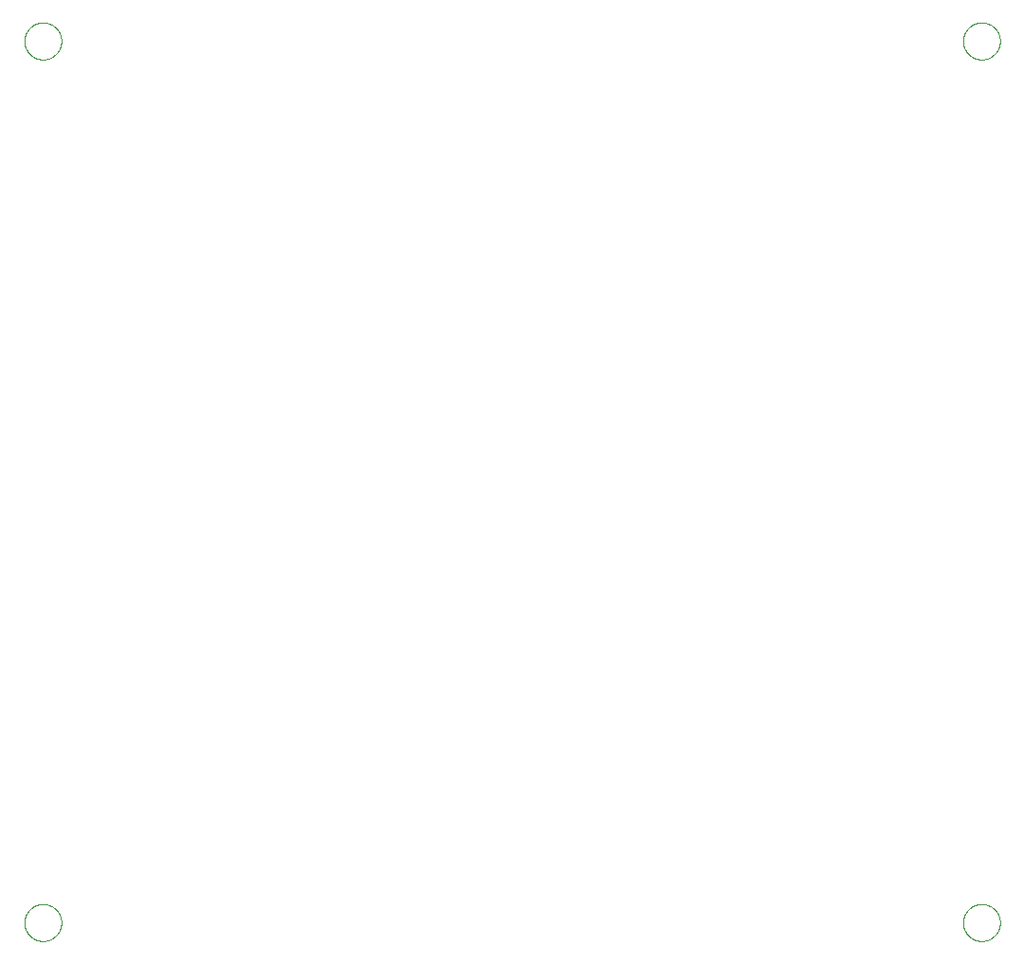
<source format=gbp>
G75*
%MOIN*%
%OFA0B0*%
%FSLAX25Y25*%
%IPPOS*%
%LPD*%
%AMOC8*
5,1,8,0,0,1.08239X$1,22.5*
%
%ADD10C,0.00000*%
D10*
X0037437Y0048933D02*
X0037439Y0049094D01*
X0037445Y0049254D01*
X0037455Y0049415D01*
X0037469Y0049575D01*
X0037487Y0049734D01*
X0037508Y0049894D01*
X0037534Y0050052D01*
X0037564Y0050210D01*
X0037597Y0050367D01*
X0037635Y0050524D01*
X0037676Y0050679D01*
X0037721Y0050833D01*
X0037770Y0050986D01*
X0037823Y0051138D01*
X0037879Y0051288D01*
X0037939Y0051437D01*
X0038003Y0051585D01*
X0038070Y0051731D01*
X0038141Y0051875D01*
X0038216Y0052017D01*
X0038294Y0052158D01*
X0038375Y0052296D01*
X0038460Y0052433D01*
X0038549Y0052567D01*
X0038640Y0052699D01*
X0038735Y0052829D01*
X0038833Y0052956D01*
X0038934Y0053081D01*
X0039038Y0053204D01*
X0039145Y0053323D01*
X0039255Y0053440D01*
X0039368Y0053555D01*
X0039484Y0053666D01*
X0039602Y0053775D01*
X0039723Y0053880D01*
X0039847Y0053983D01*
X0039973Y0054083D01*
X0040102Y0054179D01*
X0040233Y0054272D01*
X0040366Y0054362D01*
X0040501Y0054449D01*
X0040639Y0054532D01*
X0040778Y0054611D01*
X0040920Y0054688D01*
X0041063Y0054761D01*
X0041208Y0054830D01*
X0041355Y0054895D01*
X0041503Y0054957D01*
X0041653Y0055016D01*
X0041804Y0055070D01*
X0041956Y0055121D01*
X0042110Y0055168D01*
X0042265Y0055211D01*
X0042420Y0055250D01*
X0042577Y0055286D01*
X0042735Y0055318D01*
X0042893Y0055345D01*
X0043052Y0055369D01*
X0043211Y0055389D01*
X0043371Y0055405D01*
X0043532Y0055417D01*
X0043692Y0055425D01*
X0043853Y0055429D01*
X0044013Y0055429D01*
X0044174Y0055425D01*
X0044334Y0055417D01*
X0044495Y0055405D01*
X0044655Y0055389D01*
X0044814Y0055369D01*
X0044973Y0055345D01*
X0045131Y0055318D01*
X0045289Y0055286D01*
X0045446Y0055250D01*
X0045601Y0055211D01*
X0045756Y0055168D01*
X0045910Y0055121D01*
X0046062Y0055070D01*
X0046213Y0055016D01*
X0046363Y0054957D01*
X0046511Y0054895D01*
X0046658Y0054830D01*
X0046803Y0054761D01*
X0046946Y0054688D01*
X0047088Y0054611D01*
X0047227Y0054532D01*
X0047365Y0054449D01*
X0047500Y0054362D01*
X0047633Y0054272D01*
X0047764Y0054179D01*
X0047893Y0054083D01*
X0048019Y0053983D01*
X0048143Y0053880D01*
X0048264Y0053775D01*
X0048382Y0053666D01*
X0048498Y0053555D01*
X0048611Y0053440D01*
X0048721Y0053323D01*
X0048828Y0053204D01*
X0048932Y0053081D01*
X0049033Y0052956D01*
X0049131Y0052829D01*
X0049226Y0052699D01*
X0049317Y0052567D01*
X0049406Y0052433D01*
X0049491Y0052296D01*
X0049572Y0052158D01*
X0049650Y0052017D01*
X0049725Y0051875D01*
X0049796Y0051731D01*
X0049863Y0051585D01*
X0049927Y0051437D01*
X0049987Y0051288D01*
X0050043Y0051138D01*
X0050096Y0050986D01*
X0050145Y0050833D01*
X0050190Y0050679D01*
X0050231Y0050524D01*
X0050269Y0050367D01*
X0050302Y0050210D01*
X0050332Y0050052D01*
X0050358Y0049894D01*
X0050379Y0049734D01*
X0050397Y0049575D01*
X0050411Y0049415D01*
X0050421Y0049254D01*
X0050427Y0049094D01*
X0050429Y0048933D01*
X0050427Y0048772D01*
X0050421Y0048612D01*
X0050411Y0048451D01*
X0050397Y0048291D01*
X0050379Y0048132D01*
X0050358Y0047972D01*
X0050332Y0047814D01*
X0050302Y0047656D01*
X0050269Y0047499D01*
X0050231Y0047342D01*
X0050190Y0047187D01*
X0050145Y0047033D01*
X0050096Y0046880D01*
X0050043Y0046728D01*
X0049987Y0046578D01*
X0049927Y0046429D01*
X0049863Y0046281D01*
X0049796Y0046135D01*
X0049725Y0045991D01*
X0049650Y0045849D01*
X0049572Y0045708D01*
X0049491Y0045570D01*
X0049406Y0045433D01*
X0049317Y0045299D01*
X0049226Y0045167D01*
X0049131Y0045037D01*
X0049033Y0044910D01*
X0048932Y0044785D01*
X0048828Y0044662D01*
X0048721Y0044543D01*
X0048611Y0044426D01*
X0048498Y0044311D01*
X0048382Y0044200D01*
X0048264Y0044091D01*
X0048143Y0043986D01*
X0048019Y0043883D01*
X0047893Y0043783D01*
X0047764Y0043687D01*
X0047633Y0043594D01*
X0047500Y0043504D01*
X0047365Y0043417D01*
X0047227Y0043334D01*
X0047088Y0043255D01*
X0046946Y0043178D01*
X0046803Y0043105D01*
X0046658Y0043036D01*
X0046511Y0042971D01*
X0046363Y0042909D01*
X0046213Y0042850D01*
X0046062Y0042796D01*
X0045910Y0042745D01*
X0045756Y0042698D01*
X0045601Y0042655D01*
X0045446Y0042616D01*
X0045289Y0042580D01*
X0045131Y0042548D01*
X0044973Y0042521D01*
X0044814Y0042497D01*
X0044655Y0042477D01*
X0044495Y0042461D01*
X0044334Y0042449D01*
X0044174Y0042441D01*
X0044013Y0042437D01*
X0043853Y0042437D01*
X0043692Y0042441D01*
X0043532Y0042449D01*
X0043371Y0042461D01*
X0043211Y0042477D01*
X0043052Y0042497D01*
X0042893Y0042521D01*
X0042735Y0042548D01*
X0042577Y0042580D01*
X0042420Y0042616D01*
X0042265Y0042655D01*
X0042110Y0042698D01*
X0041956Y0042745D01*
X0041804Y0042796D01*
X0041653Y0042850D01*
X0041503Y0042909D01*
X0041355Y0042971D01*
X0041208Y0043036D01*
X0041063Y0043105D01*
X0040920Y0043178D01*
X0040778Y0043255D01*
X0040639Y0043334D01*
X0040501Y0043417D01*
X0040366Y0043504D01*
X0040233Y0043594D01*
X0040102Y0043687D01*
X0039973Y0043783D01*
X0039847Y0043883D01*
X0039723Y0043986D01*
X0039602Y0044091D01*
X0039484Y0044200D01*
X0039368Y0044311D01*
X0039255Y0044426D01*
X0039145Y0044543D01*
X0039038Y0044662D01*
X0038934Y0044785D01*
X0038833Y0044910D01*
X0038735Y0045037D01*
X0038640Y0045167D01*
X0038549Y0045299D01*
X0038460Y0045433D01*
X0038375Y0045570D01*
X0038294Y0045708D01*
X0038216Y0045849D01*
X0038141Y0045991D01*
X0038070Y0046135D01*
X0038003Y0046281D01*
X0037939Y0046429D01*
X0037879Y0046578D01*
X0037823Y0046728D01*
X0037770Y0046880D01*
X0037721Y0047033D01*
X0037676Y0047187D01*
X0037635Y0047342D01*
X0037597Y0047499D01*
X0037564Y0047656D01*
X0037534Y0047814D01*
X0037508Y0047972D01*
X0037487Y0048132D01*
X0037469Y0048291D01*
X0037455Y0048451D01*
X0037445Y0048612D01*
X0037439Y0048772D01*
X0037437Y0048933D01*
X0037437Y0358933D02*
X0037439Y0359094D01*
X0037445Y0359254D01*
X0037455Y0359415D01*
X0037469Y0359575D01*
X0037487Y0359734D01*
X0037508Y0359894D01*
X0037534Y0360052D01*
X0037564Y0360210D01*
X0037597Y0360367D01*
X0037635Y0360524D01*
X0037676Y0360679D01*
X0037721Y0360833D01*
X0037770Y0360986D01*
X0037823Y0361138D01*
X0037879Y0361288D01*
X0037939Y0361437D01*
X0038003Y0361585D01*
X0038070Y0361731D01*
X0038141Y0361875D01*
X0038216Y0362017D01*
X0038294Y0362158D01*
X0038375Y0362296D01*
X0038460Y0362433D01*
X0038549Y0362567D01*
X0038640Y0362699D01*
X0038735Y0362829D01*
X0038833Y0362956D01*
X0038934Y0363081D01*
X0039038Y0363204D01*
X0039145Y0363323D01*
X0039255Y0363440D01*
X0039368Y0363555D01*
X0039484Y0363666D01*
X0039602Y0363775D01*
X0039723Y0363880D01*
X0039847Y0363983D01*
X0039973Y0364083D01*
X0040102Y0364179D01*
X0040233Y0364272D01*
X0040366Y0364362D01*
X0040501Y0364449D01*
X0040639Y0364532D01*
X0040778Y0364611D01*
X0040920Y0364688D01*
X0041063Y0364761D01*
X0041208Y0364830D01*
X0041355Y0364895D01*
X0041503Y0364957D01*
X0041653Y0365016D01*
X0041804Y0365070D01*
X0041956Y0365121D01*
X0042110Y0365168D01*
X0042265Y0365211D01*
X0042420Y0365250D01*
X0042577Y0365286D01*
X0042735Y0365318D01*
X0042893Y0365345D01*
X0043052Y0365369D01*
X0043211Y0365389D01*
X0043371Y0365405D01*
X0043532Y0365417D01*
X0043692Y0365425D01*
X0043853Y0365429D01*
X0044013Y0365429D01*
X0044174Y0365425D01*
X0044334Y0365417D01*
X0044495Y0365405D01*
X0044655Y0365389D01*
X0044814Y0365369D01*
X0044973Y0365345D01*
X0045131Y0365318D01*
X0045289Y0365286D01*
X0045446Y0365250D01*
X0045601Y0365211D01*
X0045756Y0365168D01*
X0045910Y0365121D01*
X0046062Y0365070D01*
X0046213Y0365016D01*
X0046363Y0364957D01*
X0046511Y0364895D01*
X0046658Y0364830D01*
X0046803Y0364761D01*
X0046946Y0364688D01*
X0047088Y0364611D01*
X0047227Y0364532D01*
X0047365Y0364449D01*
X0047500Y0364362D01*
X0047633Y0364272D01*
X0047764Y0364179D01*
X0047893Y0364083D01*
X0048019Y0363983D01*
X0048143Y0363880D01*
X0048264Y0363775D01*
X0048382Y0363666D01*
X0048498Y0363555D01*
X0048611Y0363440D01*
X0048721Y0363323D01*
X0048828Y0363204D01*
X0048932Y0363081D01*
X0049033Y0362956D01*
X0049131Y0362829D01*
X0049226Y0362699D01*
X0049317Y0362567D01*
X0049406Y0362433D01*
X0049491Y0362296D01*
X0049572Y0362158D01*
X0049650Y0362017D01*
X0049725Y0361875D01*
X0049796Y0361731D01*
X0049863Y0361585D01*
X0049927Y0361437D01*
X0049987Y0361288D01*
X0050043Y0361138D01*
X0050096Y0360986D01*
X0050145Y0360833D01*
X0050190Y0360679D01*
X0050231Y0360524D01*
X0050269Y0360367D01*
X0050302Y0360210D01*
X0050332Y0360052D01*
X0050358Y0359894D01*
X0050379Y0359734D01*
X0050397Y0359575D01*
X0050411Y0359415D01*
X0050421Y0359254D01*
X0050427Y0359094D01*
X0050429Y0358933D01*
X0050427Y0358772D01*
X0050421Y0358612D01*
X0050411Y0358451D01*
X0050397Y0358291D01*
X0050379Y0358132D01*
X0050358Y0357972D01*
X0050332Y0357814D01*
X0050302Y0357656D01*
X0050269Y0357499D01*
X0050231Y0357342D01*
X0050190Y0357187D01*
X0050145Y0357033D01*
X0050096Y0356880D01*
X0050043Y0356728D01*
X0049987Y0356578D01*
X0049927Y0356429D01*
X0049863Y0356281D01*
X0049796Y0356135D01*
X0049725Y0355991D01*
X0049650Y0355849D01*
X0049572Y0355708D01*
X0049491Y0355570D01*
X0049406Y0355433D01*
X0049317Y0355299D01*
X0049226Y0355167D01*
X0049131Y0355037D01*
X0049033Y0354910D01*
X0048932Y0354785D01*
X0048828Y0354662D01*
X0048721Y0354543D01*
X0048611Y0354426D01*
X0048498Y0354311D01*
X0048382Y0354200D01*
X0048264Y0354091D01*
X0048143Y0353986D01*
X0048019Y0353883D01*
X0047893Y0353783D01*
X0047764Y0353687D01*
X0047633Y0353594D01*
X0047500Y0353504D01*
X0047365Y0353417D01*
X0047227Y0353334D01*
X0047088Y0353255D01*
X0046946Y0353178D01*
X0046803Y0353105D01*
X0046658Y0353036D01*
X0046511Y0352971D01*
X0046363Y0352909D01*
X0046213Y0352850D01*
X0046062Y0352796D01*
X0045910Y0352745D01*
X0045756Y0352698D01*
X0045601Y0352655D01*
X0045446Y0352616D01*
X0045289Y0352580D01*
X0045131Y0352548D01*
X0044973Y0352521D01*
X0044814Y0352497D01*
X0044655Y0352477D01*
X0044495Y0352461D01*
X0044334Y0352449D01*
X0044174Y0352441D01*
X0044013Y0352437D01*
X0043853Y0352437D01*
X0043692Y0352441D01*
X0043532Y0352449D01*
X0043371Y0352461D01*
X0043211Y0352477D01*
X0043052Y0352497D01*
X0042893Y0352521D01*
X0042735Y0352548D01*
X0042577Y0352580D01*
X0042420Y0352616D01*
X0042265Y0352655D01*
X0042110Y0352698D01*
X0041956Y0352745D01*
X0041804Y0352796D01*
X0041653Y0352850D01*
X0041503Y0352909D01*
X0041355Y0352971D01*
X0041208Y0353036D01*
X0041063Y0353105D01*
X0040920Y0353178D01*
X0040778Y0353255D01*
X0040639Y0353334D01*
X0040501Y0353417D01*
X0040366Y0353504D01*
X0040233Y0353594D01*
X0040102Y0353687D01*
X0039973Y0353783D01*
X0039847Y0353883D01*
X0039723Y0353986D01*
X0039602Y0354091D01*
X0039484Y0354200D01*
X0039368Y0354311D01*
X0039255Y0354426D01*
X0039145Y0354543D01*
X0039038Y0354662D01*
X0038934Y0354785D01*
X0038833Y0354910D01*
X0038735Y0355037D01*
X0038640Y0355167D01*
X0038549Y0355299D01*
X0038460Y0355433D01*
X0038375Y0355570D01*
X0038294Y0355708D01*
X0038216Y0355849D01*
X0038141Y0355991D01*
X0038070Y0356135D01*
X0038003Y0356281D01*
X0037939Y0356429D01*
X0037879Y0356578D01*
X0037823Y0356728D01*
X0037770Y0356880D01*
X0037721Y0357033D01*
X0037676Y0357187D01*
X0037635Y0357342D01*
X0037597Y0357499D01*
X0037564Y0357656D01*
X0037534Y0357814D01*
X0037508Y0357972D01*
X0037487Y0358132D01*
X0037469Y0358291D01*
X0037455Y0358451D01*
X0037445Y0358612D01*
X0037439Y0358772D01*
X0037437Y0358933D01*
X0367437Y0358933D02*
X0367439Y0359094D01*
X0367445Y0359254D01*
X0367455Y0359415D01*
X0367469Y0359575D01*
X0367487Y0359734D01*
X0367508Y0359894D01*
X0367534Y0360052D01*
X0367564Y0360210D01*
X0367597Y0360367D01*
X0367635Y0360524D01*
X0367676Y0360679D01*
X0367721Y0360833D01*
X0367770Y0360986D01*
X0367823Y0361138D01*
X0367879Y0361288D01*
X0367939Y0361437D01*
X0368003Y0361585D01*
X0368070Y0361731D01*
X0368141Y0361875D01*
X0368216Y0362017D01*
X0368294Y0362158D01*
X0368375Y0362296D01*
X0368460Y0362433D01*
X0368549Y0362567D01*
X0368640Y0362699D01*
X0368735Y0362829D01*
X0368833Y0362956D01*
X0368934Y0363081D01*
X0369038Y0363204D01*
X0369145Y0363323D01*
X0369255Y0363440D01*
X0369368Y0363555D01*
X0369484Y0363666D01*
X0369602Y0363775D01*
X0369723Y0363880D01*
X0369847Y0363983D01*
X0369973Y0364083D01*
X0370102Y0364179D01*
X0370233Y0364272D01*
X0370366Y0364362D01*
X0370501Y0364449D01*
X0370639Y0364532D01*
X0370778Y0364611D01*
X0370920Y0364688D01*
X0371063Y0364761D01*
X0371208Y0364830D01*
X0371355Y0364895D01*
X0371503Y0364957D01*
X0371653Y0365016D01*
X0371804Y0365070D01*
X0371956Y0365121D01*
X0372110Y0365168D01*
X0372265Y0365211D01*
X0372420Y0365250D01*
X0372577Y0365286D01*
X0372735Y0365318D01*
X0372893Y0365345D01*
X0373052Y0365369D01*
X0373211Y0365389D01*
X0373371Y0365405D01*
X0373532Y0365417D01*
X0373692Y0365425D01*
X0373853Y0365429D01*
X0374013Y0365429D01*
X0374174Y0365425D01*
X0374334Y0365417D01*
X0374495Y0365405D01*
X0374655Y0365389D01*
X0374814Y0365369D01*
X0374973Y0365345D01*
X0375131Y0365318D01*
X0375289Y0365286D01*
X0375446Y0365250D01*
X0375601Y0365211D01*
X0375756Y0365168D01*
X0375910Y0365121D01*
X0376062Y0365070D01*
X0376213Y0365016D01*
X0376363Y0364957D01*
X0376511Y0364895D01*
X0376658Y0364830D01*
X0376803Y0364761D01*
X0376946Y0364688D01*
X0377088Y0364611D01*
X0377227Y0364532D01*
X0377365Y0364449D01*
X0377500Y0364362D01*
X0377633Y0364272D01*
X0377764Y0364179D01*
X0377893Y0364083D01*
X0378019Y0363983D01*
X0378143Y0363880D01*
X0378264Y0363775D01*
X0378382Y0363666D01*
X0378498Y0363555D01*
X0378611Y0363440D01*
X0378721Y0363323D01*
X0378828Y0363204D01*
X0378932Y0363081D01*
X0379033Y0362956D01*
X0379131Y0362829D01*
X0379226Y0362699D01*
X0379317Y0362567D01*
X0379406Y0362433D01*
X0379491Y0362296D01*
X0379572Y0362158D01*
X0379650Y0362017D01*
X0379725Y0361875D01*
X0379796Y0361731D01*
X0379863Y0361585D01*
X0379927Y0361437D01*
X0379987Y0361288D01*
X0380043Y0361138D01*
X0380096Y0360986D01*
X0380145Y0360833D01*
X0380190Y0360679D01*
X0380231Y0360524D01*
X0380269Y0360367D01*
X0380302Y0360210D01*
X0380332Y0360052D01*
X0380358Y0359894D01*
X0380379Y0359734D01*
X0380397Y0359575D01*
X0380411Y0359415D01*
X0380421Y0359254D01*
X0380427Y0359094D01*
X0380429Y0358933D01*
X0380427Y0358772D01*
X0380421Y0358612D01*
X0380411Y0358451D01*
X0380397Y0358291D01*
X0380379Y0358132D01*
X0380358Y0357972D01*
X0380332Y0357814D01*
X0380302Y0357656D01*
X0380269Y0357499D01*
X0380231Y0357342D01*
X0380190Y0357187D01*
X0380145Y0357033D01*
X0380096Y0356880D01*
X0380043Y0356728D01*
X0379987Y0356578D01*
X0379927Y0356429D01*
X0379863Y0356281D01*
X0379796Y0356135D01*
X0379725Y0355991D01*
X0379650Y0355849D01*
X0379572Y0355708D01*
X0379491Y0355570D01*
X0379406Y0355433D01*
X0379317Y0355299D01*
X0379226Y0355167D01*
X0379131Y0355037D01*
X0379033Y0354910D01*
X0378932Y0354785D01*
X0378828Y0354662D01*
X0378721Y0354543D01*
X0378611Y0354426D01*
X0378498Y0354311D01*
X0378382Y0354200D01*
X0378264Y0354091D01*
X0378143Y0353986D01*
X0378019Y0353883D01*
X0377893Y0353783D01*
X0377764Y0353687D01*
X0377633Y0353594D01*
X0377500Y0353504D01*
X0377365Y0353417D01*
X0377227Y0353334D01*
X0377088Y0353255D01*
X0376946Y0353178D01*
X0376803Y0353105D01*
X0376658Y0353036D01*
X0376511Y0352971D01*
X0376363Y0352909D01*
X0376213Y0352850D01*
X0376062Y0352796D01*
X0375910Y0352745D01*
X0375756Y0352698D01*
X0375601Y0352655D01*
X0375446Y0352616D01*
X0375289Y0352580D01*
X0375131Y0352548D01*
X0374973Y0352521D01*
X0374814Y0352497D01*
X0374655Y0352477D01*
X0374495Y0352461D01*
X0374334Y0352449D01*
X0374174Y0352441D01*
X0374013Y0352437D01*
X0373853Y0352437D01*
X0373692Y0352441D01*
X0373532Y0352449D01*
X0373371Y0352461D01*
X0373211Y0352477D01*
X0373052Y0352497D01*
X0372893Y0352521D01*
X0372735Y0352548D01*
X0372577Y0352580D01*
X0372420Y0352616D01*
X0372265Y0352655D01*
X0372110Y0352698D01*
X0371956Y0352745D01*
X0371804Y0352796D01*
X0371653Y0352850D01*
X0371503Y0352909D01*
X0371355Y0352971D01*
X0371208Y0353036D01*
X0371063Y0353105D01*
X0370920Y0353178D01*
X0370778Y0353255D01*
X0370639Y0353334D01*
X0370501Y0353417D01*
X0370366Y0353504D01*
X0370233Y0353594D01*
X0370102Y0353687D01*
X0369973Y0353783D01*
X0369847Y0353883D01*
X0369723Y0353986D01*
X0369602Y0354091D01*
X0369484Y0354200D01*
X0369368Y0354311D01*
X0369255Y0354426D01*
X0369145Y0354543D01*
X0369038Y0354662D01*
X0368934Y0354785D01*
X0368833Y0354910D01*
X0368735Y0355037D01*
X0368640Y0355167D01*
X0368549Y0355299D01*
X0368460Y0355433D01*
X0368375Y0355570D01*
X0368294Y0355708D01*
X0368216Y0355849D01*
X0368141Y0355991D01*
X0368070Y0356135D01*
X0368003Y0356281D01*
X0367939Y0356429D01*
X0367879Y0356578D01*
X0367823Y0356728D01*
X0367770Y0356880D01*
X0367721Y0357033D01*
X0367676Y0357187D01*
X0367635Y0357342D01*
X0367597Y0357499D01*
X0367564Y0357656D01*
X0367534Y0357814D01*
X0367508Y0357972D01*
X0367487Y0358132D01*
X0367469Y0358291D01*
X0367455Y0358451D01*
X0367445Y0358612D01*
X0367439Y0358772D01*
X0367437Y0358933D01*
X0367437Y0048933D02*
X0367439Y0049094D01*
X0367445Y0049254D01*
X0367455Y0049415D01*
X0367469Y0049575D01*
X0367487Y0049734D01*
X0367508Y0049894D01*
X0367534Y0050052D01*
X0367564Y0050210D01*
X0367597Y0050367D01*
X0367635Y0050524D01*
X0367676Y0050679D01*
X0367721Y0050833D01*
X0367770Y0050986D01*
X0367823Y0051138D01*
X0367879Y0051288D01*
X0367939Y0051437D01*
X0368003Y0051585D01*
X0368070Y0051731D01*
X0368141Y0051875D01*
X0368216Y0052017D01*
X0368294Y0052158D01*
X0368375Y0052296D01*
X0368460Y0052433D01*
X0368549Y0052567D01*
X0368640Y0052699D01*
X0368735Y0052829D01*
X0368833Y0052956D01*
X0368934Y0053081D01*
X0369038Y0053204D01*
X0369145Y0053323D01*
X0369255Y0053440D01*
X0369368Y0053555D01*
X0369484Y0053666D01*
X0369602Y0053775D01*
X0369723Y0053880D01*
X0369847Y0053983D01*
X0369973Y0054083D01*
X0370102Y0054179D01*
X0370233Y0054272D01*
X0370366Y0054362D01*
X0370501Y0054449D01*
X0370639Y0054532D01*
X0370778Y0054611D01*
X0370920Y0054688D01*
X0371063Y0054761D01*
X0371208Y0054830D01*
X0371355Y0054895D01*
X0371503Y0054957D01*
X0371653Y0055016D01*
X0371804Y0055070D01*
X0371956Y0055121D01*
X0372110Y0055168D01*
X0372265Y0055211D01*
X0372420Y0055250D01*
X0372577Y0055286D01*
X0372735Y0055318D01*
X0372893Y0055345D01*
X0373052Y0055369D01*
X0373211Y0055389D01*
X0373371Y0055405D01*
X0373532Y0055417D01*
X0373692Y0055425D01*
X0373853Y0055429D01*
X0374013Y0055429D01*
X0374174Y0055425D01*
X0374334Y0055417D01*
X0374495Y0055405D01*
X0374655Y0055389D01*
X0374814Y0055369D01*
X0374973Y0055345D01*
X0375131Y0055318D01*
X0375289Y0055286D01*
X0375446Y0055250D01*
X0375601Y0055211D01*
X0375756Y0055168D01*
X0375910Y0055121D01*
X0376062Y0055070D01*
X0376213Y0055016D01*
X0376363Y0054957D01*
X0376511Y0054895D01*
X0376658Y0054830D01*
X0376803Y0054761D01*
X0376946Y0054688D01*
X0377088Y0054611D01*
X0377227Y0054532D01*
X0377365Y0054449D01*
X0377500Y0054362D01*
X0377633Y0054272D01*
X0377764Y0054179D01*
X0377893Y0054083D01*
X0378019Y0053983D01*
X0378143Y0053880D01*
X0378264Y0053775D01*
X0378382Y0053666D01*
X0378498Y0053555D01*
X0378611Y0053440D01*
X0378721Y0053323D01*
X0378828Y0053204D01*
X0378932Y0053081D01*
X0379033Y0052956D01*
X0379131Y0052829D01*
X0379226Y0052699D01*
X0379317Y0052567D01*
X0379406Y0052433D01*
X0379491Y0052296D01*
X0379572Y0052158D01*
X0379650Y0052017D01*
X0379725Y0051875D01*
X0379796Y0051731D01*
X0379863Y0051585D01*
X0379927Y0051437D01*
X0379987Y0051288D01*
X0380043Y0051138D01*
X0380096Y0050986D01*
X0380145Y0050833D01*
X0380190Y0050679D01*
X0380231Y0050524D01*
X0380269Y0050367D01*
X0380302Y0050210D01*
X0380332Y0050052D01*
X0380358Y0049894D01*
X0380379Y0049734D01*
X0380397Y0049575D01*
X0380411Y0049415D01*
X0380421Y0049254D01*
X0380427Y0049094D01*
X0380429Y0048933D01*
X0380427Y0048772D01*
X0380421Y0048612D01*
X0380411Y0048451D01*
X0380397Y0048291D01*
X0380379Y0048132D01*
X0380358Y0047972D01*
X0380332Y0047814D01*
X0380302Y0047656D01*
X0380269Y0047499D01*
X0380231Y0047342D01*
X0380190Y0047187D01*
X0380145Y0047033D01*
X0380096Y0046880D01*
X0380043Y0046728D01*
X0379987Y0046578D01*
X0379927Y0046429D01*
X0379863Y0046281D01*
X0379796Y0046135D01*
X0379725Y0045991D01*
X0379650Y0045849D01*
X0379572Y0045708D01*
X0379491Y0045570D01*
X0379406Y0045433D01*
X0379317Y0045299D01*
X0379226Y0045167D01*
X0379131Y0045037D01*
X0379033Y0044910D01*
X0378932Y0044785D01*
X0378828Y0044662D01*
X0378721Y0044543D01*
X0378611Y0044426D01*
X0378498Y0044311D01*
X0378382Y0044200D01*
X0378264Y0044091D01*
X0378143Y0043986D01*
X0378019Y0043883D01*
X0377893Y0043783D01*
X0377764Y0043687D01*
X0377633Y0043594D01*
X0377500Y0043504D01*
X0377365Y0043417D01*
X0377227Y0043334D01*
X0377088Y0043255D01*
X0376946Y0043178D01*
X0376803Y0043105D01*
X0376658Y0043036D01*
X0376511Y0042971D01*
X0376363Y0042909D01*
X0376213Y0042850D01*
X0376062Y0042796D01*
X0375910Y0042745D01*
X0375756Y0042698D01*
X0375601Y0042655D01*
X0375446Y0042616D01*
X0375289Y0042580D01*
X0375131Y0042548D01*
X0374973Y0042521D01*
X0374814Y0042497D01*
X0374655Y0042477D01*
X0374495Y0042461D01*
X0374334Y0042449D01*
X0374174Y0042441D01*
X0374013Y0042437D01*
X0373853Y0042437D01*
X0373692Y0042441D01*
X0373532Y0042449D01*
X0373371Y0042461D01*
X0373211Y0042477D01*
X0373052Y0042497D01*
X0372893Y0042521D01*
X0372735Y0042548D01*
X0372577Y0042580D01*
X0372420Y0042616D01*
X0372265Y0042655D01*
X0372110Y0042698D01*
X0371956Y0042745D01*
X0371804Y0042796D01*
X0371653Y0042850D01*
X0371503Y0042909D01*
X0371355Y0042971D01*
X0371208Y0043036D01*
X0371063Y0043105D01*
X0370920Y0043178D01*
X0370778Y0043255D01*
X0370639Y0043334D01*
X0370501Y0043417D01*
X0370366Y0043504D01*
X0370233Y0043594D01*
X0370102Y0043687D01*
X0369973Y0043783D01*
X0369847Y0043883D01*
X0369723Y0043986D01*
X0369602Y0044091D01*
X0369484Y0044200D01*
X0369368Y0044311D01*
X0369255Y0044426D01*
X0369145Y0044543D01*
X0369038Y0044662D01*
X0368934Y0044785D01*
X0368833Y0044910D01*
X0368735Y0045037D01*
X0368640Y0045167D01*
X0368549Y0045299D01*
X0368460Y0045433D01*
X0368375Y0045570D01*
X0368294Y0045708D01*
X0368216Y0045849D01*
X0368141Y0045991D01*
X0368070Y0046135D01*
X0368003Y0046281D01*
X0367939Y0046429D01*
X0367879Y0046578D01*
X0367823Y0046728D01*
X0367770Y0046880D01*
X0367721Y0047033D01*
X0367676Y0047187D01*
X0367635Y0047342D01*
X0367597Y0047499D01*
X0367564Y0047656D01*
X0367534Y0047814D01*
X0367508Y0047972D01*
X0367487Y0048132D01*
X0367469Y0048291D01*
X0367455Y0048451D01*
X0367445Y0048612D01*
X0367439Y0048772D01*
X0367437Y0048933D01*
M02*

</source>
